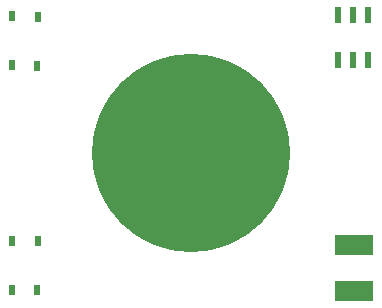
<source format=gbr>
G04 DipTrace 3.2.0.1*
G04 BottomPaste.gbr*
%MOIN*%
G04 #@! TF.FileFunction,Paste,Bot*
G04 #@! TF.Part,Single*
%AMOUTLINE2*
4,1,4,
0.010802,-0.025601,
-0.010853,-0.02558,
-0.010802,0.025601,
0.010853,0.02558,
0.010802,-0.025601,
0*%
%AMOUTLINE8*
4,1,4,
0.009984,0.017637,
0.009701,-0.017794,
-0.009984,-0.017637,
-0.009701,0.017794,
0.009984,0.017637,
0*%
%AMOUTLINE11*
4,1,4,
-0.009984,-0.017637,
-0.009701,0.017794,
0.009984,0.017637,
0.009701,-0.017794,
-0.009984,-0.017637,
0*%
%ADD35C,0.661417*%
%ADD43R,0.125984X0.066929*%
%ADD51OUTLINE2*%
%ADD57OUTLINE8*%
%ADD60OUTLINE11*%
%FSLAX26Y26*%
G04*
G70*
G90*
G75*
G01*
G04 BotPaste*
%LPD*%
D43*
X545906Y-304567D3*
Y-458110D3*
D51*
X593379Y459990D3*
X543378Y460038D3*
X493378Y460088D3*
X593232Y311564D3*
X543234Y311614D3*
X493232Y311663D3*
D35*
X3367Y0D3*
D57*
X-509513Y291987D3*
X-594156Y292664D3*
X-508206Y455367D3*
X-592849Y456045D3*
D60*
Y-291987D3*
X-508206Y-292664D3*
X-594156Y-455367D3*
X-509513Y-456045D3*
M02*

</source>
